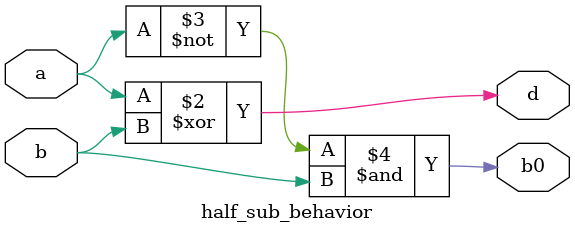
<source format=v>
module half_sub_behavior(output reg d,b0,input a,b );
  always @(*)
    begin
      d=a^b;
      b0=~a&b;
    end
endmodule

</source>
